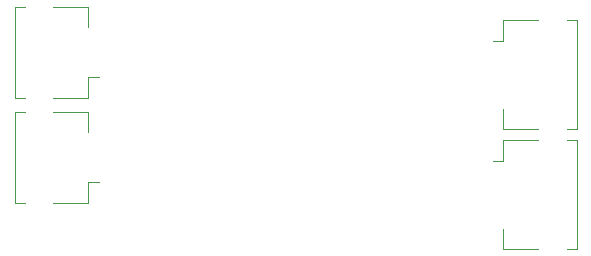
<source format=gbr>
%TF.GenerationSoftware,KiCad,Pcbnew,9.0.1*%
%TF.CreationDate,2025-06-01T13:31:13+09:00*%
%TF.ProjectId,DevTool,44657654-6f6f-46c2-9e6b-696361645f70,rev?*%
%TF.SameCoordinates,Original*%
%TF.FileFunction,Legend,Bot*%
%TF.FilePolarity,Positive*%
%FSLAX46Y46*%
G04 Gerber Fmt 4.6, Leading zero omitted, Abs format (unit mm)*
G04 Created by KiCad (PCBNEW 9.0.1) date 2025-06-01 13:31:13*
%MOMM*%
%LPD*%
G01*
G04 APERTURE LIST*
%ADD10C,0.120000*%
G04 APERTURE END LIST*
D10*
%TO.C,J21*%
X115140000Y-108000000D02*
X115140000Y-106250000D01*
X112190000Y-108000000D02*
X115140000Y-108000000D01*
X109770000Y-108000000D02*
X108920000Y-108000000D01*
X108920000Y-108000000D02*
X108920000Y-100280000D01*
X115140000Y-106250000D02*
X116030000Y-106250000D01*
X115140000Y-100280000D02*
X115140000Y-102030000D01*
X112190000Y-100280000D02*
X115140000Y-100280000D01*
X108920000Y-100280000D02*
X109770000Y-100280000D01*
%TO.C,J23*%
X150290000Y-102705000D02*
X150290000Y-104455000D01*
X153240000Y-102705000D02*
X150290000Y-102705000D01*
X155660000Y-102705000D02*
X156510000Y-102705000D01*
X156510000Y-102705000D02*
X156510000Y-111925000D01*
X150290000Y-104455000D02*
X149400000Y-104455000D01*
X150290000Y-111925000D02*
X150290000Y-110175000D01*
X153240000Y-111925000D02*
X150290000Y-111925000D01*
X156510000Y-111925000D02*
X155660000Y-111925000D01*
%TO.C,J14*%
X150290000Y-92545000D02*
X150290000Y-94295000D01*
X153240000Y-92545000D02*
X150290000Y-92545000D01*
X155660000Y-92545000D02*
X156510000Y-92545000D01*
X156510000Y-92545000D02*
X156510000Y-101765000D01*
X150290000Y-94295000D02*
X149400000Y-94295000D01*
X150290000Y-101765000D02*
X150290000Y-100015000D01*
X153240000Y-101765000D02*
X150290000Y-101765000D01*
X156510000Y-101765000D02*
X155660000Y-101765000D01*
%TO.C,J13*%
X115140000Y-99110000D02*
X115140000Y-97360000D01*
X112190000Y-99110000D02*
X115140000Y-99110000D01*
X109770000Y-99110000D02*
X108920000Y-99110000D01*
X108920000Y-99110000D02*
X108920000Y-91390000D01*
X115140000Y-97360000D02*
X116030000Y-97360000D01*
X115140000Y-91390000D02*
X115140000Y-93140000D01*
X112190000Y-91390000D02*
X115140000Y-91390000D01*
X108920000Y-91390000D02*
X109770000Y-91390000D01*
%TD*%
M02*

</source>
